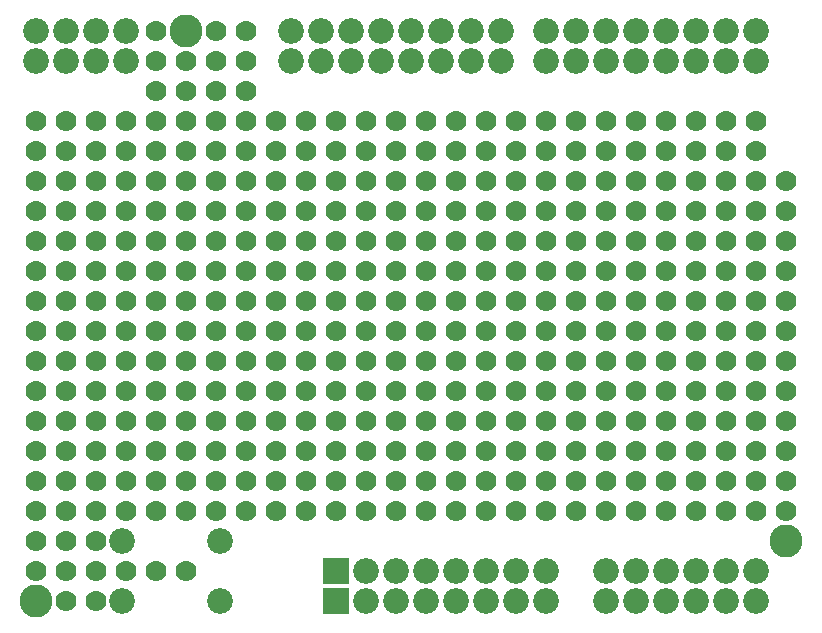
<source format=gbr>
G04 GERBER ASCII OUTPUT FROM: EDWINXP (VER. 1.61 REV. 20080915)*
G04 GERBER FORMAT: RX-274-X*
G04 BOARD: AMICUS - SOLDERBOARD*
G04 ARTWORK OF SOLD.MASK POSITIVE*
%ASAXBY*%
%FSLAX23Y23*%
%MIA0B0*%
%MOIN*%
%OFA0.0000B0.0000*%
%SFA1B1*%
%IJA0B0*%
%INLAYER30POS*%
%IOA0B0*%
%IPPOS*%
%IR0*%
G04 APERTURE MACROS*
%AMEDWDONUT*
1,1,$1,$2,$3*
1,0,$4,$2,$3*
%
%AMEDWFRECT*
20,1,$1,$2,$3,$4,$5,$6*
%
%AMEDWORECT*
20,1,$1,$2,$3,$4,$5,$10*
20,1,$1,$4,$5,$6,$7,$10*
20,1,$1,$6,$7,$8,$9,$10*
20,1,$1,$8,$9,$2,$3,$10*
1,1,$1,$2,$3*
1,1,$1,$4,$5*
1,1,$1,$6,$7*
1,1,$1,$8,$9*
%
%AMEDWLINER*
20,1,$1,$2,$3,$4,$5,$6*
1,1,$1,$2,$3*
1,1,$1,$4,$5*
%
%AMEDWFTRNG*
4,1,3,$1,$2,$3,$4,$5,$6,$7,$8,$9*
%
%AMEDWATRNG*
4,1,3,$1,$2,$3,$4,$5,$6,$7,$8,$9*
20,1,$11,$1,$2,$3,$4,$10*
20,1,$11,$3,$4,$5,$6,$10*
20,1,$11,$5,$6,$7,$8,$10*
1,1,$11,$3,$4*
1,1,$11,$5,$6*
1,1,$11,$7,$8*
%
%AMEDWOTRNG*
20,1,$1,$2,$3,$4,$5,$8*
20,1,$1,$4,$5,$6,$7,$8*
20,1,$1,$6,$7,$2,$3,$8*
1,1,$1,$2,$3*
1,1,$1,$4,$5*
1,1,$1,$6,$7*
%
G04*
G04 APERTURE LIST*
%ADD10R,0.0700X0.0650*%
%ADD11R,0.0940X0.0890*%
%ADD12R,0.0600X0.0550*%
%ADD13R,0.0840X0.0790*%
%ADD14R,0.0650X0.0700*%
%ADD15R,0.0890X0.0940*%
%ADD16R,0.0550X0.0600*%
%ADD17R,0.0790X0.0840*%
%ADD18R,0.0860X0.0860*%
%ADD19R,0.1100X0.1100*%
%ADD20R,0.0700X0.0700*%
%ADD21R,0.0940X0.0940*%
%ADD22C,0.00039*%
%ADD24C,0.0010*%
%ADD26C,0.00118*%
%ADD28C,0.0020*%
%ADD29R,0.0020X0.0020*%
%ADD30C,0.0030*%
%ADD31R,0.0030X0.0030*%
%ADD32C,0.0040*%
%ADD33R,0.0040X0.0040*%
%ADD34C,0.00472*%
%ADD36C,0.0050*%
%ADD37R,0.0050X0.0050*%
%ADD38C,0.00512*%
%ADD39R,0.00512X0.00512*%
%ADD40C,0.00551*%
%ADD41R,0.00551X0.00551*%
%ADD42C,0.00591*%
%ADD43R,0.00591X0.00591*%
%ADD44C,0.00659*%
%ADD45R,0.00659X0.00659*%
%ADD46C,0.00787*%
%ADD47R,0.00787X0.00787*%
%ADD48C,0.00799*%
%ADD50C,0.0080*%
%ADD52C,0.00984*%
%ADD53R,0.00984X0.00984*%
%ADD54C,0.0100*%
%ADD56C,0.0120*%
%ADD58C,0.0130*%
%ADD59R,0.0130X0.0130*%
%ADD60C,0.0150*%
%ADD61R,0.0150X0.0150*%
%ADD62C,0.01575*%
%ADD64C,0.0160*%
%ADD66C,0.01969*%
%ADD67R,0.01969X0.01969*%
%ADD68C,0.0200*%
%ADD69R,0.0200X0.0200*%
%ADD70C,0.0240*%
%ADD71R,0.0240X0.0240*%
%ADD72C,0.0250*%
%ADD73R,0.0250X0.0250*%
%ADD74C,0.0290*%
%ADD76C,0.02951*%
%ADD77R,0.02951X0.02951*%
%ADD78C,0.02991*%
%ADD79R,0.02991X0.02991*%
%ADD80C,0.0300*%
%ADD81R,0.0300X0.0300*%
%ADD82C,0.03059*%
%ADD83R,0.03059X0.03059*%
%ADD84C,0.03199*%
%ADD85R,0.03199X0.03199*%
%ADD86C,0.0320*%
%ADD87R,0.0320X0.0320*%
%ADD88C,0.0350*%
%ADD89R,0.0350X0.0350*%
%ADD90C,0.0360*%
%ADD92C,0.0370*%
%ADD93R,0.0370X0.0370*%
%ADD94C,0.0390*%
%ADD95R,0.0390X0.0390*%
%ADD96C,0.03937*%
%ADD97R,0.03937X0.03937*%
%ADD98C,0.03975*%
%ADD99R,0.03975X0.03975*%
%ADD100C,0.0400*%
%ADD101R,0.0400X0.0400*%
%ADD102C,0.04173*%
%ADD103R,0.04173X0.04173*%
%ADD104C,0.0440*%
%ADD105R,0.0440X0.0440*%
%ADD106C,0.0450*%
%ADD107R,0.0450X0.0450*%
%ADD108C,0.0470*%
%ADD109R,0.0470X0.0470*%
%ADD110C,0.04724*%
%ADD111R,0.04724X0.04724*%
%ADD112C,0.0490*%
%ADD113R,0.0490X0.0490*%
%ADD114C,0.0500*%
%ADD115R,0.0500X0.0500*%
%ADD116C,0.05118*%
%ADD117R,0.05118X0.05118*%
%ADD118C,0.0540*%
%ADD119R,0.0540X0.0540*%
%ADD120C,0.0560*%
%ADD121R,0.0560X0.0560*%
%ADD122C,0.0570*%
%ADD123R,0.0570X0.0570*%
%ADD124C,0.0590*%
%ADD125R,0.0590X0.0590*%
%ADD126C,0.05906*%
%ADD127R,0.05906X0.05906*%
%ADD128C,0.0600*%
%ADD129R,0.0600X0.0600*%
%ADD130C,0.0620*%
%ADD132C,0.06201*%
%ADD134C,0.06337*%
%ADD135R,0.06337X0.06337*%
%ADD136C,0.0640*%
%ADD137R,0.0640X0.0640*%
%ADD138C,0.0650*%
%ADD139R,0.0650X0.0650*%
%ADD140C,0.06693*%
%ADD141R,0.06693X0.06693*%
%ADD142C,0.0690*%
%ADD143R,0.0690X0.0690*%
%ADD144C,0.06906*%
%ADD145R,0.06906X0.06906*%
%ADD146C,0.0700*%
%ADD147R,0.0700X0.0700*%
%ADD148C,0.0710*%
%ADD149R,0.0710X0.0710*%
%ADD150C,0.07124*%
%ADD151R,0.07124X0.07124*%
%ADD152C,0.0740*%
%ADD153R,0.0740X0.0740*%
%ADD154C,0.0750*%
%ADD155R,0.0750X0.0750*%
%ADD156C,0.07598*%
%ADD158C,0.0760*%
%ADD160C,0.07874*%
%ADD162C,0.0800*%
%ADD163R,0.0800X0.0800*%
%ADD164C,0.0810*%
%ADD165R,0.0810X0.0810*%
%ADD166C,0.08306*%
%ADD167R,0.08306X0.08306*%
%ADD168C,0.0840*%
%ADD169R,0.0840X0.0840*%
%ADD170C,0.08598*%
%ADD172C,0.0860*%
%ADD173R,0.0860X0.0860*%
%ADD174C,0.08601*%
%ADD176C,0.0870*%
%ADD177R,0.0870X0.0870*%
%ADD178C,0.0890*%
%ADD179R,0.0890X0.0890*%
%ADD180C,0.0900*%
%ADD181R,0.0900X0.0900*%
%ADD182C,0.09093*%
%ADD183R,0.09093X0.09093*%
%ADD184C,0.0940*%
%ADD185R,0.0940X0.0940*%
%ADD186C,0.0970*%
%ADD187R,0.0970X0.0970*%
%ADD188C,0.09843*%
%ADD189R,0.09843X0.09843*%
%ADD190C,0.0990*%
%ADD191R,0.0990X0.0990*%
%ADD192C,0.09998*%
%ADD194C,0.1000*%
%ADD195R,0.1000X0.1000*%
%ADD196C,0.10274*%
%ADD198C,0.1040*%
%ADD199R,0.1040X0.1040*%
%ADD200C,0.10998*%
%ADD202C,0.1100*%
%ADD203R,0.1100X0.1100*%
%ADD204C,0.1110*%
%ADD205R,0.1110X0.1110*%
%ADD206C,0.1120*%
%ADD207R,0.1120X0.1120*%
%ADD208C,0.1140*%
%ADD209R,0.1140X0.1140*%
%ADD210C,0.1150*%
%ADD211R,0.1150X0.1150*%
%ADD212C,0.1200*%
%ADD213R,0.1200X0.1200*%
%ADD214C,0.1210*%
%ADD215R,0.1210X0.1210*%
%ADD216C,0.1240*%
%ADD217R,0.1240X0.1240*%
%ADD218C,0.1250*%
%ADD219R,0.1250X0.1250*%
%ADD220C,0.12992*%
%ADD221R,0.12992X0.12992*%
%ADD222C,0.1300*%
%ADD223R,0.1300X0.1300*%
%ADD224C,0.1340*%
%ADD225R,0.1340X0.1340*%
%ADD226C,0.1390*%
%ADD227R,0.1390X0.1390*%
%ADD228C,0.1420*%
%ADD229R,0.1420X0.1420*%
%ADD230C,0.1440*%
%ADD231R,0.1440X0.1440*%
%ADD232C,0.1490*%
%ADD233R,0.1490X0.1490*%
%ADD234C,0.1520*%
%ADD235R,0.1520X0.1520*%
%ADD236C,0.15374*%
%ADD237R,0.15374X0.15374*%
%ADD238C,0.1540*%
%ADD239R,0.1540X0.1540*%
%ADD240C,0.1660*%
%ADD241R,0.1660X0.1660*%
%ADD242C,0.17323*%
%ADD244C,0.1760*%
%ADD245R,0.1760X0.1760*%
%ADD246C,0.17774*%
%ADD247R,0.17774X0.17774*%
%ADD248C,0.18504*%
%ADD250C,0.18898*%
%ADD252C,0.20904*%
%ADD254C,0.2126*%
%ADD256C,0.21298*%
%ADD258C,0.22835*%
%ADD261R,0.23622X0.23622*%
%ADD263R,0.24937X0.24937*%
%ADD265R,0.26022X0.26022*%
%ADD267R,0.27337X0.27337*%
%ADD269R,0.31496X0.31496*%
%ADD271R,0.32811X0.32811*%
%ADD273R,0.33896X0.33896*%
%ADD275R,0.35211X0.35211*%
%ADD276C,0.45211*%
%ADD277R,0.45211X0.45211*%
%ADD278C,0.55211*%
%ADD279R,0.55211X0.55211*%
%ADD280C,0.65211*%
%ADD281R,0.65211X0.65211*%
%ADD282C,0.75211*%
%ADD283R,0.75211X0.75211*%
%ADD284C,0.85211*%
%ADD285R,0.85211X0.85211*%
%ADD286C,0.95211*%
%ADD287R,0.95211X0.95211*%
%ADD288C,1.05211*%
%ADD289R,1.05211X1.05211*%
%ADD290C,1.15211*%
%ADD291R,1.15211X1.15211*%
%ADD292C,1.25211*%
%ADD293R,1.25211X1.25211*%
%ADD294C,1.35211*%
%ADD295R,1.35211X1.35211*%
%ADD296C,1.45211*%
%ADD297R,1.45211X1.45211*%
%ADD298C,1.55211*%
%ADD299R,1.55211X1.55211*%
%ADD300C,1.65211*%
%ADD301R,1.65211X1.65211*%
%ADD302C,1.75211*%
%ADD303R,1.75211X1.75211*%
%ADD304C,1.85211*%
%ADD305R,1.85211X1.85211*%
%ADD306C,1.95211*%
%ADD307R,1.95211X1.95211*%
G04*
D146*
X2000Y800D02*D03*
X2000Y700D02*D03*
X2000Y600D02*D03*
X2000Y500D02*D03*
X2000Y400D02*D03*
X1900Y400D02*D03*
X1900Y500D02*D03*
X1900Y600D02*D03*
X1900Y700D02*D03*
X1900Y800D02*D03*
X1900Y900D02*D03*
X1900Y1000D02*D03*
X1900Y1100D02*D03*
X1900Y1200D02*D03*
X1900Y1300D02*D03*
X1900Y1400D02*D03*
X200Y1200D02*D03*
X200Y1300D02*D03*
X200Y1400D02*D03*
X200Y1500D02*D03*
X200Y1600D02*D03*
X200Y1700D02*D03*
X2500Y1700D02*D03*
D172*
X1300Y200D02*D03*
X1400Y200D02*D03*
X1500Y200D02*D03*
X1600Y200D02*D03*
X1700Y200D02*D03*
X1800Y200D02*D03*
X1800Y1900D02*D03*
X1900Y1900D02*D03*
X2000Y1900D02*D03*
X2100Y1900D02*D03*
X2200Y1900D02*D03*
X2300Y1900D02*D03*
X2400Y1900D02*D03*
X2500Y1900D02*D03*
X950Y1900D02*D03*
X1050Y1900D02*D03*
X1150Y1900D02*D03*
X1250Y1900D02*D03*
X1350Y1900D02*D03*
X1450Y1900D02*D03*
X1550Y1900D02*D03*
X1650Y1900D02*D03*
X2000Y200D02*D03*
X2100Y200D02*D03*
X2200Y200D02*D03*
X2300Y200D02*D03*
X2400Y200D02*D03*
X2500Y200D02*D03*
X2000Y100D02*D03*
X2100Y100D02*D03*
X2200Y100D02*D03*
X2300Y100D02*D03*
X2400Y100D02*D03*
X2500Y100D02*D03*
X950Y2000D02*D03*
X1050Y2000D02*D03*
X1150Y2000D02*D03*
X1250Y2000D02*D03*
X1350Y2000D02*D03*
X1450Y2000D02*D03*
X1550Y2000D02*D03*
X1650Y2000D02*D03*
X1300Y100D02*D03*
X1400Y100D02*D03*
X1500Y100D02*D03*
X1600Y100D02*D03*
X1700Y100D02*D03*
X1800Y100D02*D03*
X1800Y2000D02*D03*
X1900Y2000D02*D03*
X2000Y2000D02*D03*
X2100Y2000D02*D03*
X2200Y2000D02*D03*
X2300Y2000D02*D03*
X2400Y2000D02*D03*
X2500Y2000D02*D03*
D146*
X2100Y1100D02*D03*
X2100Y1200D02*D03*
X2100Y1300D02*D03*
X2100Y1400D02*D03*
X2100Y1500D02*D03*
X2100Y1600D02*D03*
X2100Y1700D02*D03*
X2000Y1700D02*D03*
X2000Y1600D02*D03*
X2000Y1500D02*D03*
X2000Y1400D02*D03*
X2000Y1300D02*D03*
X2000Y1200D02*D03*
X2000Y1100D02*D03*
X2000Y1000D02*D03*
X2000Y900D02*D03*
X100Y800D02*D03*
X100Y700D02*D03*
X100Y600D02*D03*
X100Y500D02*D03*
X100Y400D02*D03*
X200Y400D02*D03*
X200Y500D02*D03*
X200Y600D02*D03*
X200Y700D02*D03*
X200Y800D02*D03*
X200Y900D02*D03*
X200Y1000D02*D03*
X200Y1100D02*D03*
D170*
X712Y100D02*D03*
X712Y300D02*D03*
X388Y300D02*D03*
X388Y100D02*D03*
D146*
X2200Y1000D02*D03*
X2200Y900D02*D03*
X2200Y800D02*D03*
X2200Y700D02*D03*
X2200Y600D02*D03*
X2200Y500D02*D03*
X2200Y400D02*D03*
X2100Y400D02*D03*
X2100Y500D02*D03*
X2100Y600D02*D03*
X2000Y600D02*D03*
X2100Y700D02*D03*
X2100Y800D02*D03*
X2100Y900D02*D03*
X2100Y1000D02*D03*
X300Y1300D02*D03*
X300Y1400D02*D03*
X300Y1500D02*D03*
X300Y1600D02*D03*
X300Y1700D02*D03*
X100Y1700D02*D03*
X100Y1600D02*D03*
X100Y1500D02*D03*
X100Y1400D02*D03*
X100Y1300D02*D03*
X100Y1200D02*D03*
X100Y1100D02*D03*
X100Y1000D02*D03*
X100Y900D02*D03*
D172*
X100Y2000D02*D03*
X200Y2000D02*D03*
X300Y2000D02*D03*
X400Y2000D02*D03*
D146*
X2400Y1400D02*D03*
X2400Y1300D02*D03*
X2400Y1200D02*D03*
X2300Y1200D02*D03*
X2300Y1300D02*D03*
X2300Y1400D02*D03*
X2300Y1500D02*D03*
X2300Y1600D02*D03*
X2300Y1700D02*D03*
X2200Y1700D02*D03*
X2200Y1600D02*D03*
X2200Y1500D02*D03*
X2200Y1400D02*D03*
X2200Y1300D02*D03*
X2200Y1200D02*D03*
X2200Y1100D02*D03*
X400Y1000D02*D03*
X400Y900D02*D03*
X400Y800D02*D03*
X400Y700D02*D03*
X400Y600D02*D03*
X400Y500D02*D03*
X400Y400D02*D03*
X300Y400D02*D03*
X300Y500D02*D03*
X300Y600D02*D03*
X300Y700D02*D03*
X300Y800D02*D03*
X300Y900D02*D03*
X300Y1000D02*D03*
X300Y1100D02*D03*
X300Y1200D02*D03*
X2400Y500D02*D03*
X2400Y400D02*D03*
X2300Y400D02*D03*
X2300Y500D02*D03*
X2300Y600D02*D03*
X2300Y700D02*D03*
X2300Y800D02*D03*
X2300Y900D02*D03*
X2500Y1200D02*D03*
X2500Y1300D02*D03*
X2500Y1400D02*D03*
X2500Y1500D02*D03*
X2500Y1600D02*D03*
X2400Y1700D02*D03*
X2400Y1600D02*D03*
X2400Y1500D02*D03*
X500Y900D02*D03*
X500Y1000D02*D03*
X500Y1100D02*D03*
X500Y1200D02*D03*
X500Y1300D02*D03*
X500Y1400D02*D03*
X500Y1500D02*D03*
X500Y1600D02*D03*
X500Y1700D02*D03*
X400Y1700D02*D03*
X400Y1600D02*D03*
X400Y1500D02*D03*
X400Y1400D02*D03*
X400Y1300D02*D03*
X400Y1200D02*D03*
X400Y1100D02*D03*
X2600Y900D02*D03*
X2600Y800D02*D03*
X2600Y700D02*D03*
X2600Y600D02*D03*
X2600Y500D02*D03*
X2600Y400D02*D03*
X2500Y400D02*D03*
X2500Y500D02*D03*
X2500Y600D02*D03*
X2500Y700D02*D03*
X2500Y800D02*D03*
X2500Y900D02*D03*
X2400Y900D02*D03*
X2400Y800D02*D03*
X2400Y700D02*D03*
X2400Y600D02*D03*
X600Y1400D02*D03*
X600Y1300D02*D03*
X600Y1200D02*D03*
X600Y1100D02*D03*
X600Y1000D02*D03*
X600Y900D02*D03*
X600Y800D02*D03*
X600Y700D02*D03*
X600Y600D02*D03*
X600Y500D02*D03*
X600Y400D02*D03*
X500Y400D02*D03*
X500Y500D02*D03*
X500Y600D02*D03*
X500Y700D02*D03*
X500Y800D02*D03*
X600Y1800D02*D03*
X500Y1800D02*D03*
X500Y1900D02*D03*
X500Y2000D02*D03*
X2600Y1500D02*D03*
X2600Y1400D02*D03*
X2600Y1300D02*D03*
X2600Y1200D02*D03*
X2600Y1100D02*D03*
X2500Y1100D02*D03*
X2400Y1100D02*D03*
X2300Y1100D02*D03*
X2300Y1000D02*D03*
X2400Y1000D02*D03*
X2500Y1000D02*D03*
X2600Y1000D02*D03*
X700Y500D02*D03*
X700Y600D02*D03*
X700Y700D02*D03*
X700Y800D02*D03*
X700Y900D02*D03*
X700Y1000D02*D03*
X700Y1100D02*D03*
X700Y1200D02*D03*
X700Y1300D02*D03*
X700Y1400D02*D03*
X700Y1500D02*D03*
X700Y1600D02*D03*
X700Y1700D02*D03*
X600Y1700D02*D03*
X600Y1600D02*D03*
X600Y1500D02*D03*
X300Y300D02*D03*
X300Y200D02*D03*
X300Y100D02*D03*
X200Y100D02*D03*
X200Y200D02*D03*
X200Y300D02*D03*
X100Y200D02*D03*
X100Y300D02*D03*
X600Y1900D02*D03*
X700Y1900D02*D03*
X700Y2000D02*D03*
X800Y2000D02*D03*
X800Y1900D02*D03*
X800Y1800D02*D03*
X700Y1800D02*D03*
X900Y1700D02*D03*
X800Y1700D02*D03*
X800Y1600D02*D03*
X800Y1500D02*D03*
X800Y1400D02*D03*
X800Y1300D02*D03*
X800Y1200D02*D03*
X800Y1100D02*D03*
X800Y1000D02*D03*
X800Y900D02*D03*
X800Y800D02*D03*
X800Y700D02*D03*
X800Y600D02*D03*
X800Y500D02*D03*
X800Y400D02*D03*
X700Y400D02*D03*
X400Y200D02*D03*
X600Y200D02*D03*
X500Y200D02*D03*
X1000Y600D02*D03*
X1000Y500D02*D03*
X1000Y400D02*D03*
X900Y400D02*D03*
X900Y500D02*D03*
X900Y600D02*D03*
X900Y700D02*D03*
X900Y800D02*D03*
X900Y900D02*D03*
X900Y1000D02*D03*
X900Y1100D02*D03*
X900Y1200D02*D03*
X900Y1300D02*D03*
X900Y1400D02*D03*
X900Y1500D02*D03*
X900Y1600D02*D03*
D202*
X600Y2000D02*D03*
X100Y100D02*D03*
D18* 
X1100Y100D02*D03*
D172*
X1200Y100D02*D03*
D18* 
X1100Y200D02*D03*
D172*
X1200Y200D02*D03*
D146*
X1100Y1300D02*D03*
X1100Y1400D02*D03*
X1100Y1500D02*D03*
X1100Y1600D02*D03*
X1100Y1700D02*D03*
X1000Y1700D02*D03*
X1000Y1600D02*D03*
X1000Y1500D02*D03*
X1000Y1400D02*D03*
X1000Y1300D02*D03*
X1000Y1200D02*D03*
X1000Y1100D02*D03*
X1000Y1000D02*D03*
X1000Y900D02*D03*
X1000Y800D02*D03*
X1000Y700D02*D03*
X1200Y1000D02*D03*
X1200Y900D02*D03*
X1200Y800D02*D03*
X1200Y700D02*D03*
X1200Y600D02*D03*
X1200Y500D02*D03*
X1200Y400D02*D03*
X1100Y400D02*D03*
X1100Y500D02*D03*
X1100Y600D02*D03*
X1100Y700D02*D03*
X1100Y800D02*D03*
X1100Y900D02*D03*
X1100Y1000D02*D03*
X1100Y1100D02*D03*
X1100Y1200D02*D03*
X1300Y1100D02*D03*
X1300Y1200D02*D03*
X1300Y1300D02*D03*
X1300Y1400D02*D03*
X1300Y1500D02*D03*
X1300Y1600D02*D03*
X1300Y1700D02*D03*
X1200Y1700D02*D03*
X1200Y1600D02*D03*
X1200Y1500D02*D03*
X1200Y1400D02*D03*
X1200Y1300D02*D03*
X1200Y1200D02*D03*
X1200Y1100D02*D03*
D202*
X2600Y300D02*D03*
D172*
X100Y1900D02*D03*
X200Y1900D02*D03*
X300Y1900D02*D03*
X400Y1900D02*D03*
D146*
X1400Y1200D02*D03*
X1400Y1100D02*D03*
X1400Y1000D02*D03*
X1400Y900D02*D03*
X1400Y800D02*D03*
X1400Y700D02*D03*
X1400Y600D02*D03*
X1400Y500D02*D03*
X1400Y400D02*D03*
X1300Y400D02*D03*
X1300Y500D02*D03*
X1300Y600D02*D03*
X1300Y700D02*D03*
X1300Y800D02*D03*
X1300Y900D02*D03*
X1300Y1000D02*D03*
X1600Y1600D02*D03*
X1600Y1500D02*D03*
X1600Y1400D02*D03*
X1600Y1300D02*D03*
X1600Y1200D02*D03*
X1500Y1200D02*D03*
X1500Y1300D02*D03*
X1500Y1400D02*D03*
X1500Y1500D02*D03*
X1500Y1600D02*D03*
X1500Y1700D02*D03*
X1400Y1700D02*D03*
X1400Y1600D02*D03*
X1400Y1500D02*D03*
X1400Y1400D02*D03*
X1400Y1300D02*D03*
X1600Y400D02*D03*
X1500Y400D02*D03*
X1500Y500D02*D03*
X1500Y600D02*D03*
X1500Y700D02*D03*
X1500Y800D02*D03*
X1500Y900D02*D03*
X1500Y1000D02*D03*
X1500Y1100D02*D03*
X1700Y1200D02*D03*
X1700Y1300D02*D03*
X1700Y1400D02*D03*
X1700Y1500D02*D03*
X1700Y1600D02*D03*
X1700Y1700D02*D03*
X1600Y1700D02*D03*
X1800Y400D02*D03*
X1700Y400D02*D03*
X1700Y500D02*D03*
X1700Y600D02*D03*
X1700Y700D02*D03*
X1700Y800D02*D03*
X1700Y900D02*D03*
X1700Y1000D02*D03*
X1700Y1100D02*D03*
X1600Y1100D02*D03*
X1600Y1000D02*D03*
X1600Y900D02*D03*
X1600Y800D02*D03*
X1600Y700D02*D03*
X1600Y600D02*D03*
X1600Y500D02*D03*
X1900Y1500D02*D03*
X1900Y1600D02*D03*
X1900Y1700D02*D03*
X1800Y1700D02*D03*
X1800Y1600D02*D03*
X1800Y1500D02*D03*
X1800Y1400D02*D03*
X1800Y1300D02*D03*
X1800Y1200D02*D03*
X1800Y1100D02*D03*
X1800Y1000D02*D03*
X1800Y900D02*D03*
X1800Y800D02*D03*
X1800Y700D02*D03*
X1800Y600D02*D03*
X1800Y500D02*D03*
M02*

</source>
